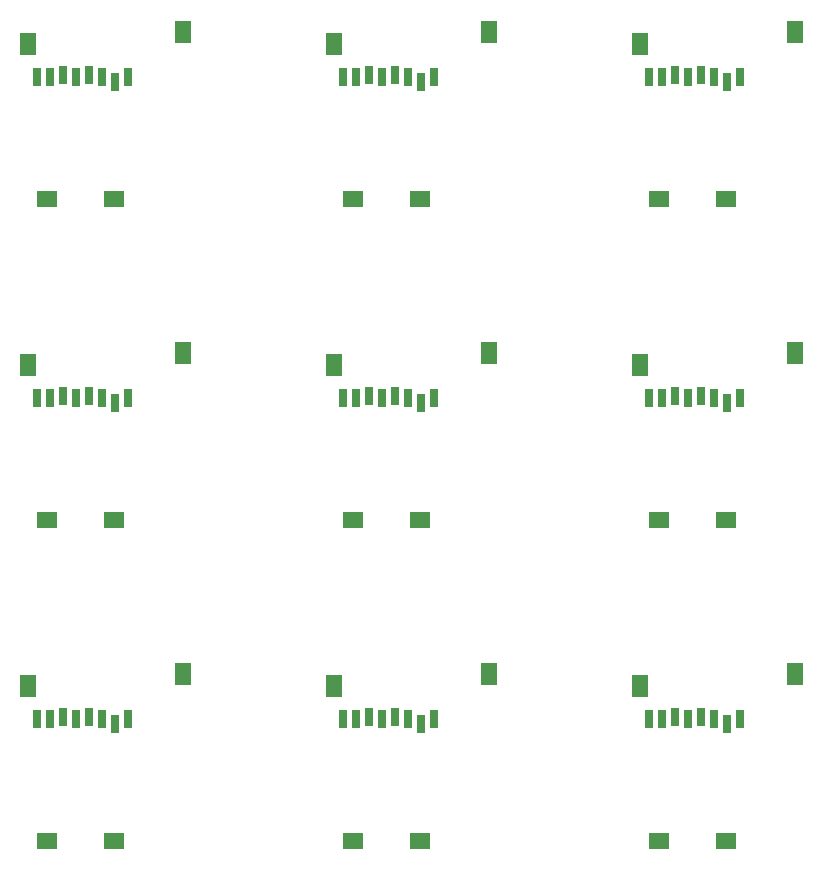
<source format=gbp>
G75*
%MOIN*%
%OFA0B0*%
%FSLAX25Y25*%
%IPPOS*%
%LPD*%
%AMOC8*
5,1,8,0,0,1.08239X$1,22.5*
%
%ADD10R,0.07087X0.05512*%
%ADD11R,0.03150X0.05906*%
%ADD12R,0.05512X0.07480*%
D10*
X0059321Y0069325D03*
X0081762Y0069325D03*
X0161321Y0069325D03*
X0183762Y0069325D03*
X0263321Y0069325D03*
X0285762Y0069325D03*
X0285762Y0176325D03*
X0263321Y0176325D03*
X0183762Y0176325D03*
X0161321Y0176325D03*
X0081762Y0176325D03*
X0059321Y0176325D03*
X0059321Y0283325D03*
X0081762Y0283325D03*
X0161321Y0283325D03*
X0183762Y0283325D03*
X0263321Y0283325D03*
X0285762Y0283325D03*
D11*
X0286116Y0322301D03*
X0281785Y0323876D03*
X0277455Y0324663D03*
X0273124Y0323876D03*
X0268793Y0324663D03*
X0264463Y0323876D03*
X0260132Y0323876D03*
X0290447Y0323876D03*
X0188447Y0323876D03*
X0184116Y0322301D03*
X0179785Y0323876D03*
X0175455Y0324663D03*
X0171124Y0323876D03*
X0166793Y0324663D03*
X0162463Y0323876D03*
X0158132Y0323876D03*
X0086447Y0323876D03*
X0082116Y0322301D03*
X0077785Y0323876D03*
X0073455Y0324663D03*
X0069124Y0323876D03*
X0064793Y0324663D03*
X0060463Y0323876D03*
X0056132Y0323876D03*
X0064793Y0217663D03*
X0060463Y0216876D03*
X0056132Y0216876D03*
X0069124Y0216876D03*
X0073455Y0217663D03*
X0077785Y0216876D03*
X0082116Y0215301D03*
X0086447Y0216876D03*
X0158132Y0216876D03*
X0162463Y0216876D03*
X0166793Y0217663D03*
X0171124Y0216876D03*
X0175455Y0217663D03*
X0179785Y0216876D03*
X0184116Y0215301D03*
X0188447Y0216876D03*
X0260132Y0216876D03*
X0264463Y0216876D03*
X0268793Y0217663D03*
X0273124Y0216876D03*
X0277455Y0217663D03*
X0281785Y0216876D03*
X0286116Y0215301D03*
X0290447Y0216876D03*
X0290447Y0109876D03*
X0286116Y0108301D03*
X0281785Y0109876D03*
X0277455Y0110663D03*
X0273124Y0109876D03*
X0268793Y0110663D03*
X0264463Y0109876D03*
X0260132Y0109876D03*
X0188447Y0109876D03*
X0184116Y0108301D03*
X0179785Y0109876D03*
X0175455Y0110663D03*
X0171124Y0109876D03*
X0166793Y0110663D03*
X0162463Y0109876D03*
X0158132Y0109876D03*
X0086447Y0109876D03*
X0082116Y0108301D03*
X0077785Y0109876D03*
X0073455Y0110663D03*
X0069124Y0109876D03*
X0064793Y0110663D03*
X0060463Y0109876D03*
X0056132Y0109876D03*
D12*
X0053022Y0121096D03*
X0104793Y0125033D03*
X0155022Y0121096D03*
X0206793Y0125033D03*
X0257022Y0121096D03*
X0308793Y0125033D03*
X0257022Y0228096D03*
X0206793Y0232033D03*
X0155022Y0228096D03*
X0104793Y0232033D03*
X0053022Y0228096D03*
X0053022Y0335096D03*
X0104793Y0339033D03*
X0155022Y0335096D03*
X0206793Y0339033D03*
X0257022Y0335096D03*
X0308793Y0339033D03*
X0308793Y0232033D03*
M02*

</source>
